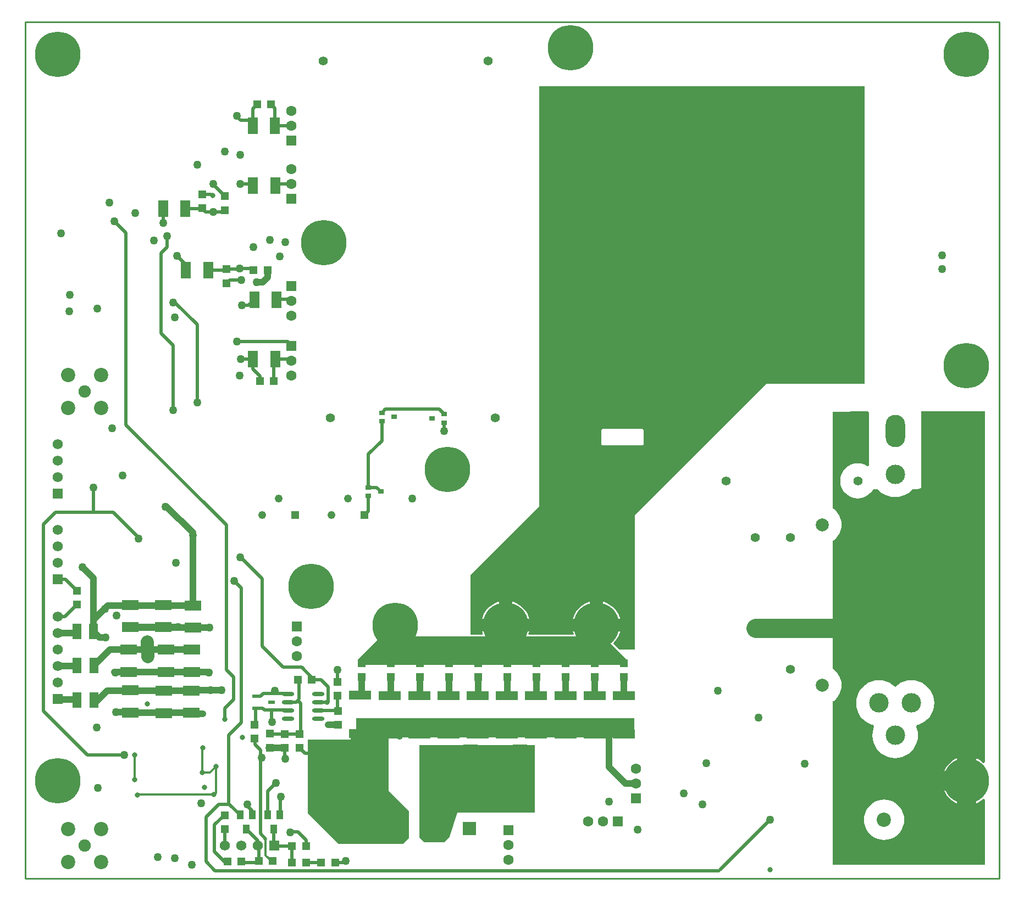
<source format=gbl>
G04 Layer_Physical_Order=4*
G04 Layer_Color=16711680*
%FSLAX44Y44*%
%MOMM*%
G71*
G01*
G75*
%ADD12R,1.2700X1.2700*%
%ADD13R,1.2700X1.2700*%
%ADD17R,1.6256X2.5400*%
%ADD18R,1.0000X1.4000*%
%ADD19R,2.5400X1.6256*%
%ADD29R,0.9000X0.7000*%
%ADD30R,3.4000X1.3500*%
%ADD33C,0.5000*%
%ADD34C,1.0000*%
%ADD35C,3.0000*%
%ADD36C,0.3000*%
%ADD37C,2.0000*%
%ADD38C,0.2540*%
%ADD39R,2.1000X2.1000*%
%ADD40C,2.1000*%
%ADD41C,1.6000*%
%ADD42R,1.6000X1.6000*%
%ADD43R,1.5748X1.5748*%
%ADD44C,1.5748*%
%ADD45R,1.5748X1.5748*%
%ADD46C,1.3970*%
%ADD47C,2.4994*%
%ADD48C,2.2000*%
%ADD49C,3.0000*%
%ADD50C,2.0000*%
%ADD51O,3.0000X5.0000*%
%ADD52C,6.9994*%
%ADD53C,1.9050*%
%ADD54O,3.9996X2.4000*%
%ADD55C,1.2446*%
%ADD56R,1.2446X1.2446*%
%ADD57R,1.6000X1.6000*%
%ADD58C,1.2700*%
%ADD59C,0.8000*%
%ADD61R,1.4000X1.0000*%
%ADD62O,1.9000X0.6000*%
%ADD63R,1.0000X0.6000*%
%ADD64R,1.4000X2.4000*%
G36*
X785000Y1000D02*
X665270Y1000D01*
X653667Y-36333D01*
X645000Y-45000D01*
X615000Y-45000D01*
X607500Y-37500D01*
Y15000D01*
X607500D01*
Y105000D01*
X779000Y105000D01*
X785000D01*
Y1000D01*
D02*
G37*
G36*
X938500Y124750D02*
X936500Y126750D01*
X560000D01*
Y107500D01*
Y34500D01*
X590750Y3750D01*
Y-38750D01*
X582000Y-47500D01*
X483000D01*
X435000Y500D01*
X435000Y113720D01*
X501709Y113720D01*
Y127500D01*
X509500Y128577D01*
Y146250D01*
X510000Y146750D01*
X938500D01*
Y124750D01*
D02*
G37*
G36*
X892500Y271000D02*
X927250Y236250D01*
X922250Y231250D01*
X518250Y231250D01*
X518000Y231000D01*
X517250D01*
X511625Y236625D01*
X548000Y273000D01*
X892500Y273000D01*
Y271000D01*
D02*
G37*
G36*
X1293250Y1120750D02*
X1293250Y662000D01*
X1141250Y662000D01*
X938750Y459500D01*
Y252250D01*
X914912D01*
X905756Y261407D01*
X905806Y262676D01*
X906625Y263375D01*
X910462Y267868D01*
X913549Y272906D01*
X915810Y278365D01*
X916203Y280000D01*
X843797D01*
X844190Y278365D01*
X844902Y276646D01*
X844196Y275590D01*
X775804Y275590D01*
X775098Y276646D01*
X775810Y278365D01*
X776203Y280000D01*
X703797D01*
X704190Y278365D01*
X704902Y276646D01*
X704196Y275590D01*
X685750D01*
X685750Y367250D01*
X791750Y473250D01*
Y1120750D01*
X1293250Y1120750D01*
D02*
G37*
G36*
X1478627Y78800D02*
X1475627Y77477D01*
X1472132Y80462D01*
X1467094Y83549D01*
X1465000Y84417D01*
Y50000D01*
Y15583D01*
X1467094Y16451D01*
X1472132Y19538D01*
X1475627Y22523D01*
X1478627Y21200D01*
Y-79627D01*
X1244000D01*
Y172426D01*
X1245188Y173154D01*
X1248779Y176221D01*
X1251846Y179812D01*
X1254313Y183838D01*
X1256120Y188201D01*
X1257222Y192792D01*
X1257593Y197500D01*
X1257222Y202208D01*
X1256120Y206799D01*
X1254313Y211162D01*
X1251846Y215188D01*
X1248779Y218779D01*
X1245188Y221846D01*
X1244000Y222574D01*
Y419926D01*
X1245188Y420654D01*
X1248779Y423721D01*
X1251846Y427312D01*
X1254313Y431338D01*
X1256120Y435701D01*
X1257222Y440292D01*
X1257593Y445000D01*
X1257222Y449708D01*
X1256120Y454299D01*
X1254313Y458662D01*
X1251846Y462688D01*
X1248779Y466279D01*
X1245188Y469346D01*
X1244000Y470074D01*
Y619000D01*
X1297860Y619962D01*
X1300000Y617859D01*
Y536447D01*
X1297000Y535348D01*
X1292877Y537551D01*
X1287790Y539095D01*
X1282500Y539616D01*
X1277210Y539095D01*
X1272123Y537551D01*
X1267435Y535046D01*
X1263326Y531674D01*
X1259954Y527565D01*
X1257449Y522877D01*
X1255905Y517790D01*
X1255384Y512500D01*
X1255905Y507210D01*
X1257449Y502123D01*
X1259954Y497435D01*
X1263326Y493326D01*
X1267435Y489954D01*
X1272123Y487449D01*
X1277210Y485905D01*
X1282500Y485384D01*
X1287790Y485905D01*
X1292877Y487449D01*
X1297565Y489954D01*
X1301674Y493326D01*
X1305046Y497435D01*
X1306417Y500000D01*
X1313189D01*
X1315175Y497675D01*
X1319364Y494097D01*
X1324061Y491218D01*
X1329151Y489110D01*
X1334508Y487824D01*
X1340000Y487392D01*
X1345492Y487824D01*
X1350849Y489110D01*
X1355939Y491218D01*
X1360636Y494097D01*
X1364825Y497675D01*
X1366811Y500000D01*
X1373857D01*
X1380000Y501472D01*
Y551000D01*
Y620000D01*
X1478627D01*
Y78800D01*
D02*
G37*
%LPC*%
G36*
X890000Y326203D02*
Y300000D01*
X916203D01*
X915810Y301635D01*
X913549Y307094D01*
X910462Y312132D01*
X906625Y316625D01*
X902132Y320462D01*
X897094Y323549D01*
X891635Y325810D01*
X890000Y326203D01*
D02*
G37*
G36*
X950000Y592590D02*
X890000D01*
X889009Y592393D01*
X888169Y591831D01*
X887607Y590991D01*
X887410Y590000D01*
Y570000D01*
X887607Y569009D01*
X888169Y568169D01*
X889009Y567607D01*
X890000Y567410D01*
X950000D01*
X950991Y567607D01*
X951831Y568169D01*
X952393Y569009D01*
X952590Y570000D01*
Y590000D01*
X952393Y590991D01*
X951831Y591831D01*
X950991Y592393D01*
X950000Y592590D01*
D02*
G37*
G36*
X870000Y326203D02*
X868365Y325810D01*
X862906Y323549D01*
X857868Y320462D01*
X853375Y316625D01*
X849538Y312132D01*
X846451Y307094D01*
X844190Y301635D01*
X843797Y300000D01*
X870000D01*
Y326203D01*
D02*
G37*
G36*
X730000D02*
X728365Y325810D01*
X722906Y323549D01*
X717868Y320462D01*
X713375Y316625D01*
X709538Y312132D01*
X706451Y307094D01*
X704190Y301635D01*
X703797Y300000D01*
X730000D01*
Y326203D01*
D02*
G37*
G36*
X750000D02*
Y300000D01*
X776203D01*
X775810Y301635D01*
X773549Y307094D01*
X770462Y312132D01*
X766625Y316625D01*
X762132Y320462D01*
X757094Y323549D01*
X751635Y325810D01*
X750000Y326203D01*
D02*
G37*
G36*
X1323000Y21096D02*
X1318136Y20713D01*
X1313391Y19574D01*
X1308883Y17707D01*
X1304722Y15157D01*
X1301012Y11988D01*
X1297843Y8278D01*
X1295293Y4117D01*
X1293426Y-391D01*
X1292287Y-5135D01*
X1291904Y-10000D01*
X1292287Y-14864D01*
X1293426Y-19609D01*
X1295293Y-24117D01*
X1297843Y-28278D01*
X1301012Y-31988D01*
X1304722Y-35157D01*
X1308883Y-37707D01*
X1313391Y-39574D01*
X1318136Y-40713D01*
X1323000Y-41096D01*
X1327865Y-40713D01*
X1332609Y-39574D01*
X1337117Y-37707D01*
X1341278Y-35157D01*
X1344988Y-31988D01*
X1348157Y-28278D01*
X1350707Y-24117D01*
X1352574Y-19609D01*
X1353713Y-14864D01*
X1354096Y-10000D01*
X1353713Y-5135D01*
X1352574Y-391D01*
X1350707Y4117D01*
X1348157Y8278D01*
X1344988Y11988D01*
X1341278Y15157D01*
X1337117Y17707D01*
X1332609Y19574D01*
X1327865Y20713D01*
X1323000Y21096D01*
D02*
G37*
G36*
X1435000Y35000D02*
X1415583D01*
X1416451Y32906D01*
X1419538Y27868D01*
X1423375Y23375D01*
X1427868Y19538D01*
X1432906Y16451D01*
X1435000Y15583D01*
Y35000D01*
D02*
G37*
G36*
Y84417D02*
X1432906Y83549D01*
X1427868Y80462D01*
X1423375Y76625D01*
X1419538Y72132D01*
X1416451Y67094D01*
X1415583Y65000D01*
X1435000D01*
Y84417D01*
D02*
G37*
G36*
X1365000Y205108D02*
X1359508Y204676D01*
X1354151Y203390D01*
X1349061Y201282D01*
X1344364Y198403D01*
X1342254Y196601D01*
X1340000Y194953D01*
X1337746Y196601D01*
X1335636Y198403D01*
X1330939Y201282D01*
X1325849Y203390D01*
X1320492Y204676D01*
X1315000Y205108D01*
X1309508Y204676D01*
X1304151Y203390D01*
X1299061Y201282D01*
X1294364Y198403D01*
X1290175Y194825D01*
X1286597Y190636D01*
X1283718Y185939D01*
X1281610Y180849D01*
X1280324Y175492D01*
X1279892Y170000D01*
X1280324Y164508D01*
X1281610Y159151D01*
X1283718Y154061D01*
X1286597Y149364D01*
X1290175Y145175D01*
X1294364Y141597D01*
X1299061Y138718D01*
X1304151Y136610D01*
X1306312Y136091D01*
X1307674Y133418D01*
X1306610Y130849D01*
X1305324Y125492D01*
X1304892Y120000D01*
X1305324Y114508D01*
X1306610Y109151D01*
X1308718Y104061D01*
X1311597Y99364D01*
X1315175Y95175D01*
X1319364Y91597D01*
X1324061Y88718D01*
X1329151Y86610D01*
X1334508Y85324D01*
X1340000Y84892D01*
X1345492Y85324D01*
X1350849Y86610D01*
X1355939Y88718D01*
X1360636Y91597D01*
X1364825Y95175D01*
X1368403Y99364D01*
X1371282Y104061D01*
X1373390Y109151D01*
X1374676Y114508D01*
X1375108Y120000D01*
X1374676Y125492D01*
X1373390Y130849D01*
X1372326Y133418D01*
X1373688Y136091D01*
X1375849Y136610D01*
X1380939Y138718D01*
X1385636Y141597D01*
X1389825Y145175D01*
X1393403Y149364D01*
X1396282Y154061D01*
X1398390Y159151D01*
X1399676Y164508D01*
X1400108Y170000D01*
X1399676Y175492D01*
X1398390Y180849D01*
X1396282Y185939D01*
X1393403Y190636D01*
X1389825Y194825D01*
X1385636Y198403D01*
X1380939Y201282D01*
X1375849Y203390D01*
X1370492Y204676D01*
X1365000Y205108D01*
D02*
G37*
%LPD*%
D12*
X922000Y231000D02*
D03*
Y209664D02*
D03*
X877111Y231000D02*
D03*
Y209664D02*
D03*
X832222Y231000D02*
D03*
Y209664D02*
D03*
X787333Y231000D02*
D03*
Y209664D02*
D03*
X742444Y231000D02*
D03*
Y209664D02*
D03*
X697556Y231000D02*
D03*
Y209664D02*
D03*
X652667Y231000D02*
D03*
Y209664D02*
D03*
X607778Y231000D02*
D03*
Y209664D02*
D03*
X562889Y231000D02*
D03*
Y209664D02*
D03*
X307250Y-3250D02*
D03*
Y-24586D02*
D03*
X376750Y101250D02*
D03*
Y122586D02*
D03*
X481000Y202336D02*
D03*
Y181000D02*
D03*
X352750Y115000D02*
D03*
Y136336D02*
D03*
X518000Y231000D02*
D03*
Y209664D02*
D03*
X310000Y817500D02*
D03*
Y838836D02*
D03*
X307500Y930000D02*
D03*
Y951336D02*
D03*
X272500Y932729D02*
D03*
Y954064D02*
D03*
X482000Y136293D02*
D03*
Y157629D02*
D03*
X399883Y121994D02*
D03*
Y100658D02*
D03*
X423000D02*
D03*
Y121994D02*
D03*
X79750Y343336D02*
D03*
Y322000D02*
D03*
D13*
X332750Y-74250D02*
D03*
X311414D02*
D03*
X381500Y-73750D02*
D03*
X360164D02*
D03*
X456000Y-76000D02*
D03*
X477336D02*
D03*
X420000Y206000D02*
D03*
X441336D02*
D03*
X351884Y837500D02*
D03*
X373219D02*
D03*
X411000Y-76000D02*
D03*
X432336D02*
D03*
Y-51000D02*
D03*
X411000D02*
D03*
X378500Y1093500D02*
D03*
X357164D02*
D03*
X361500Y666250D02*
D03*
X382836D02*
D03*
D17*
X350710Y700000D02*
D03*
X385000D02*
D03*
X350250Y1060000D02*
D03*
X384540D02*
D03*
X385000Y968000D02*
D03*
X350710D02*
D03*
X246790Y932500D02*
D03*
X212500D02*
D03*
X281790Y837500D02*
D03*
X247500D02*
D03*
X387290Y792000D02*
D03*
X353000D02*
D03*
D18*
X373250Y-2750D02*
D03*
X382750Y-24750D02*
D03*
X392250Y-2750D02*
D03*
X330750D02*
D03*
X340250Y-24750D02*
D03*
X349750Y-2750D02*
D03*
D19*
X162000Y321000D02*
D03*
Y286710D02*
D03*
X255750Y189000D02*
D03*
Y154710D02*
D03*
X213750Y188500D02*
D03*
Y154210D02*
D03*
X162000Y189500D02*
D03*
Y155210D02*
D03*
X257000Y252000D02*
D03*
Y217710D02*
D03*
X216750Y252000D02*
D03*
Y217710D02*
D03*
X159000Y252000D02*
D03*
Y217710D02*
D03*
X258500Y320500D02*
D03*
Y286210D02*
D03*
X212500Y286710D02*
D03*
Y321000D02*
D03*
D29*
X549500Y604500D02*
D03*
Y617500D02*
D03*
X568500Y611000D02*
D03*
X645500Y615500D02*
D03*
Y602500D02*
D03*
X626500Y609000D02*
D03*
X547500Y496000D02*
D03*
X528500Y502500D02*
D03*
Y489500D02*
D03*
D30*
X922000Y181520D02*
D03*
Y122020D02*
D03*
X876981Y181520D02*
D03*
Y122020D02*
D03*
X831962Y181520D02*
D03*
Y122020D02*
D03*
X786943Y181520D02*
D03*
Y122020D02*
D03*
X741924Y181520D02*
D03*
Y122020D02*
D03*
X696906Y181520D02*
D03*
Y122020D02*
D03*
X651887Y181520D02*
D03*
Y122020D02*
D03*
X606868Y181520D02*
D03*
Y122020D02*
D03*
X561849Y181520D02*
D03*
Y122020D02*
D03*
X515750Y182000D02*
D03*
Y122500D02*
D03*
D33*
X392750Y-2250D02*
Y25750D01*
X392250Y-2750D02*
X392750Y-2250D01*
X407500Y-29000D02*
X420250D01*
X432336Y-41086D01*
Y-51000D02*
Y-41086D01*
X373250Y33750D02*
X386250Y46750D01*
X373250Y-2750D02*
Y33750D01*
X298500Y13750D02*
X314250D01*
X292500Y-88500D02*
X1068500D01*
X313750Y120750D02*
X332750Y139750D01*
X313750Y14250D02*
Y120750D01*
X332750Y139750D02*
Y347500D01*
X331500Y970790D02*
X343210D01*
X327250Y1072750D02*
X331750Y1068250D01*
X346000D01*
X365000Y257500D02*
X397500Y225000D01*
X365000Y257500D02*
Y361250D01*
X95750Y90000D02*
X149250D01*
X28000Y157750D02*
X95750Y90000D01*
X233750Y859750D02*
X247500Y846000D01*
Y837500D02*
Y846000D01*
X227750Y621250D02*
Y721750D01*
X209390Y740110D02*
X227750Y721750D01*
X465350Y171350D02*
X467000Y173000D01*
X451500Y171350D02*
X465350D01*
X467000Y173000D02*
Y195000D01*
X377342Y121994D02*
X399883D01*
X332000Y394250D02*
X365000Y361250D01*
X322000Y358250D02*
X332750Y347500D01*
X355000Y140000D02*
Y161500D01*
X354000Y106000D02*
Y111664D01*
Y106000D02*
X362500Y97500D01*
X477336Y-76000D02*
X492000D01*
X411000D02*
Y-51000D01*
X432336Y-76000D02*
X456000D01*
X332000Y700000D02*
X350710D01*
X341750Y11500D02*
X349750Y3500D01*
Y-2750D02*
Y3500D01*
X307250Y-51150D02*
Y-24586D01*
X332750Y-76250D02*
X360250D01*
X314250Y13750D02*
X330750Y-2750D01*
X1070000Y-87500D02*
X1147500Y-10000D01*
X362499Y12750D02*
Y97499D01*
X362500Y97500D01*
X358150Y-51250D02*
Y-42650D01*
X340250Y-24750D02*
X358150Y-42650D01*
X386800Y-51000D02*
X411000D01*
X382750Y-50450D02*
X383550Y-51250D01*
X382750Y-50450D02*
Y-24750D01*
X358150Y-51250D02*
X360250Y-53350D01*
Y-76250D02*
Y-53350D01*
X419675Y173675D02*
X422000Y176000D01*
X417350Y171350D02*
X419675Y173675D01*
X423000Y121994D02*
X424000Y122993D01*
Y169350D01*
X419675Y173675D02*
X424000Y169350D01*
X399883Y121994D02*
X423000D01*
X431258Y92400D02*
X458000D01*
X423000Y100658D02*
X431258Y92400D01*
X399883Y87116D02*
X400000Y87000D01*
X399883Y87116D02*
Y100658D01*
X481000Y202336D02*
Y218000D01*
X480979Y158650D02*
X481000Y158671D01*
Y181000D01*
X451500Y158650D02*
X480979D01*
X456000Y206000D02*
X467000Y195000D01*
X441336Y206000D02*
X456000D01*
X404500Y171350D02*
X417350D01*
X422000Y176000D02*
Y204000D01*
X420000Y206000D02*
X422000Y204000D01*
X404150Y159000D02*
X404500Y158650D01*
X365500Y161500D02*
X368000Y159000D01*
X355000Y161500D02*
X365500D01*
X403550Y185000D02*
X404500Y184050D01*
X362500Y180500D02*
X367000Y185000D01*
X355000Y180500D02*
X362500D01*
X607778Y231000D02*
X652667D01*
X877111D02*
X922000D01*
X832222D02*
X877111D01*
X787333D02*
X832222D01*
X742444D02*
X787333D01*
X697556D02*
X742444D01*
X652667D02*
X697556D01*
X562889D02*
X607778D01*
X518000D02*
X562889D01*
X212500Y910000D02*
Y932500D01*
X645500Y591500D02*
X646000Y591000D01*
X645500Y591500D02*
Y602500D01*
X549500Y617500D02*
X555000Y623000D01*
X638000D01*
X645500Y615500D01*
X516830Y181520D02*
X518000Y182690D01*
X310000Y817500D02*
X315000Y822500D01*
X332500D01*
X308664Y837500D02*
X310000Y838836D01*
X281790Y837500D02*
X308664D01*
X272271Y932500D02*
X272500Y932729D01*
X246790Y932500D02*
X272271D01*
X330000Y840000D02*
X349384D01*
X328836Y838836D02*
X330000Y840000D01*
X310000Y838836D02*
X328836D01*
X272500Y954064D02*
X285935D01*
X272500Y932729D02*
X277729Y927500D01*
X290000D01*
X305000D02*
X307500Y930000D01*
X290000Y927500D02*
X305000D01*
X349384Y840000D02*
X351884Y837500D01*
X384540Y1060000D02*
X410000D01*
X407500Y695000D02*
X410000Y697500D01*
X385000Y700000D02*
X407500D01*
X410000Y697500D01*
X387290Y792500D02*
X407500D01*
X410000Y790000D01*
X384000Y970000D02*
X410000D01*
X528500Y465460D02*
Y489500D01*
X522720Y459680D02*
X528500Y465460D01*
X541000Y502500D02*
X547500Y496000D01*
X528500Y502500D02*
X541000D01*
X528500D02*
Y553500D01*
X549500Y574500D02*
Y604500D01*
X528500Y553500D02*
X549500Y574500D01*
X326000Y727000D02*
X405000D01*
X404200Y726200D02*
X405000Y727000D01*
X404200Y726200D02*
X410000Y720400D01*
X344000Y783000D02*
X353000Y792000D01*
X334000Y783000D02*
X344000D01*
X383000Y969000D02*
X384000Y970000D01*
X28000Y445500D02*
X46750Y464250D01*
X28000Y157750D02*
Y445500D01*
X385750Y185000D02*
Y192500D01*
X367000Y185000D02*
X385750D01*
X403550D01*
X362250Y-31250D02*
Y18750D01*
Y-31250D02*
X370457Y-39457D01*
X379000Y140500D02*
Y159000D01*
X368000D02*
X404150D01*
X307500Y145000D02*
Y162000D01*
X320750Y175250D01*
Y209750D01*
X309750Y220750D02*
X320750Y209750D01*
X155000Y599000D02*
Y895000D01*
Y599000D02*
X309750Y444250D01*
Y220750D02*
Y444250D01*
X209390Y740110D02*
Y863390D01*
X218608Y872608D01*
Y890000D01*
X105000Y465500D02*
Y502500D01*
X46750Y464250D02*
X135250D01*
X174500Y425000D01*
X397500Y225000D02*
X425750D01*
X441336Y209414D01*
Y206000D02*
Y209414D01*
X278750Y-74750D02*
X292500Y-88500D01*
X278750Y-74750D02*
Y-6000D01*
X298500Y13750D01*
X291250Y-18000D02*
X304492Y-4758D01*
X307250D01*
X291250Y-59250D02*
Y-18000D01*
Y-59250D02*
X308250Y-76250D01*
X311414D01*
X288836Y970000D02*
X289250D01*
X288836D02*
X307500Y951336D01*
X227500Y787500D02*
X230750D01*
X265000Y753250D01*
Y633000D02*
Y753250D01*
X370219Y837500D02*
X373219D01*
X137500Y912500D02*
X155000Y895000D01*
X50000Y361200D02*
X61886D01*
X79750Y343336D01*
X50000Y303000D02*
X60750D01*
X79750Y322000D01*
X378500Y1093500D02*
X384540Y1087460D01*
Y1060000D02*
Y1087460D01*
X350250Y1086586D02*
X357164Y1093500D01*
X350250Y1060000D02*
Y1086586D01*
X361500Y666250D02*
Y674000D01*
X350710Y684790D02*
X361500Y674000D01*
X350710Y684790D02*
Y700000D01*
X382836Y666250D02*
Y697836D01*
D34*
X373219Y826720D02*
Y837500D01*
X365750Y819250D02*
X373219Y826720D01*
X356500Y819250D02*
X365750D01*
X257710Y153750D02*
X274000D01*
X257210Y153250D02*
X257710Y153750D01*
X255750Y154710D02*
X257210Y153250D01*
X159000Y252000D02*
X190000D01*
X127500Y320500D02*
X258500D01*
X105500Y298500D02*
X127500Y320500D01*
X106000Y227500D02*
X130500Y252000D01*
X901020Y122020D02*
X922000D01*
X899500Y120500D02*
X901020Y122020D01*
X899500Y71500D02*
Y120500D01*
Y71500D02*
X925000Y46000D01*
X375000Y101164D02*
X399377D01*
X257000Y217710D02*
X283460D01*
X137517Y217768D02*
X162000D01*
X162500Y286210D02*
X258500D01*
X283710D01*
X105000Y167750D02*
X126250Y189000D01*
X59000Y175000D02*
X76000D01*
X50000Y226800D02*
X79300D01*
X50000Y277600D02*
X77100D01*
X925000Y46000D02*
X941000D01*
X573600Y122020D02*
X606868D01*
X573600D02*
X576800Y118820D01*
X651887Y122020D02*
X696906D01*
X561849D02*
X573600D01*
X876981D02*
X922000D01*
X831962D02*
X876981D01*
X786943D02*
X831962D01*
X741924D02*
X786943D01*
X696906D02*
X741924D01*
X606868D02*
X651887D01*
X516830D02*
X561849D01*
X922000Y181520D02*
Y209664D01*
X877111Y181650D02*
Y209664D01*
X832222Y181780D02*
Y209664D01*
X787333Y181910D02*
Y209664D01*
X746136Y181520D02*
X746700Y182084D01*
X742444Y185211D02*
Y209664D01*
X700275Y181520D02*
X700980Y182225D01*
X697556Y184239D02*
Y209664D01*
X654413Y181520D02*
X655260Y182367D01*
X652667Y183267D02*
Y209664D01*
X608552Y181520D02*
X609540Y182508D01*
X607778Y182295D02*
Y209664D01*
X562889Y181718D02*
Y209664D01*
X518000Y182690D02*
Y209664D01*
X162500Y154710D02*
X255750D01*
X161710Y155500D02*
X162000Y155210D01*
X141250Y155500D02*
X161710D01*
X258500Y320500D02*
Y428250D01*
X105500Y280000D02*
X114250Y271250D01*
X124000D01*
X466750Y136000D02*
X481707D01*
X126250Y189000D02*
X255750D01*
X258250Y189500D02*
X302250D01*
X162540Y287250D02*
X235750D01*
X162000Y286710D02*
X162540Y287250D01*
X258500Y428250D02*
Y432500D01*
X217250Y473750D02*
X258500Y432500D01*
X130500Y252000D02*
X159000D01*
X190000D02*
X216750D01*
X257000D01*
X162057Y217710D02*
X257000D01*
X88250Y379500D02*
X105500Y362250D01*
Y280000D02*
Y362250D01*
D35*
X1125750Y285550D02*
X1260300D01*
D36*
X273000Y63000D02*
Y100250D01*
Y63000D02*
X285000D01*
X294000Y72000D01*
X168750Y51750D02*
Y89750D01*
X370457Y-65121D02*
Y-39457D01*
Y-65121D02*
X381586Y-76250D01*
X173000Y28000D02*
X173500Y28500D01*
X294000Y31750D02*
Y72000D01*
X290750Y28500D02*
X294000Y31750D01*
X173500Y28500D02*
X290750D01*
D37*
X188500Y250500D02*
X190000Y252000D01*
X188500Y241000D02*
Y250500D01*
X188000Y254000D02*
X190000Y252000D01*
X188000Y254000D02*
Y264250D01*
D38*
X1500000Y-100000D02*
Y1220000D01*
X0Y-101000D02*
X1500000D01*
X0Y-100000D02*
Y1220000D01*
X1500000D01*
D39*
X684400Y-23700D02*
D03*
D40*
X630000D02*
D03*
X575600D02*
D03*
D41*
X410000Y674600D02*
D03*
Y697500D02*
D03*
X418000Y242100D02*
D03*
Y265000D02*
D03*
X941000Y68900D02*
D03*
Y46000D02*
D03*
X744000Y-71900D02*
D03*
Y-49000D02*
D03*
X410000Y1082900D02*
D03*
Y1060000D02*
D03*
Y767100D02*
D03*
Y790000D02*
D03*
Y992900D02*
D03*
Y970000D02*
D03*
X867100Y-12600D02*
D03*
X890000D02*
D03*
D42*
X410000Y720400D02*
D03*
X418000Y287900D02*
D03*
X941000Y23100D02*
D03*
X744000Y-26100D02*
D03*
X410000Y1037100D02*
D03*
Y812900D02*
D03*
Y947100D02*
D03*
D43*
X383750Y-50000D02*
D03*
D44*
X358350D02*
D03*
X332950D02*
D03*
X307550D02*
D03*
X50000Y386600D02*
D03*
Y412000D02*
D03*
Y437400D02*
D03*
Y518000D02*
D03*
Y543400D02*
D03*
Y568800D02*
D03*
Y201400D02*
D03*
Y226800D02*
D03*
Y252200D02*
D03*
Y277600D02*
D03*
Y303000D02*
D03*
D45*
Y361200D02*
D03*
Y492600D02*
D03*
Y176000D02*
D03*
D46*
X1179000Y222250D02*
D03*
Y425450D02*
D03*
X1282500Y512500D02*
D03*
X1079300D02*
D03*
X1124750Y425250D02*
D03*
Y285550D02*
D03*
X459000Y1160000D02*
D03*
X713000D02*
D03*
X470000Y610000D02*
D03*
X724000D02*
D03*
D47*
X1373800Y-60800D02*
D03*
X1272200D02*
D03*
Y40800D02*
D03*
X1373800D02*
D03*
D48*
X1323000Y-10000D02*
D03*
X65870Y624708D02*
D03*
Y675508D02*
D03*
X116671D02*
D03*
Y624708D02*
D03*
X116670Y-75400D02*
D03*
X65870D02*
D03*
Y-24600D02*
D03*
X116670D02*
D03*
D49*
X1340000Y120000D02*
D03*
X1365000Y170000D02*
D03*
X1315000D02*
D03*
X1340000Y522500D02*
D03*
X1365000Y472500D02*
D03*
X1315000D02*
D03*
D50*
X1227500Y197500D02*
D03*
Y445000D02*
D03*
D51*
X1420000Y589000D02*
D03*
X1340000D02*
D03*
D52*
X1450000Y50000D02*
D03*
X880000Y290000D02*
D03*
X50000Y1170000D02*
D03*
X840000Y1180000D02*
D03*
X1450000Y1170000D02*
D03*
X570000Y290000D02*
D03*
X440000Y350000D02*
D03*
X650000Y530000D02*
D03*
X460000Y880000D02*
D03*
X50000Y50000D02*
D03*
X740000Y290000D02*
D03*
X1450000Y690000D02*
D03*
D53*
X91271Y650108D02*
D03*
X91270Y-50000D02*
D03*
D54*
X686000Y93800D02*
D03*
Y68400D02*
D03*
Y43000D02*
D03*
Y17600D02*
D03*
X762200D02*
D03*
Y43000D02*
D03*
Y68400D02*
D03*
Y93800D02*
D03*
X534200Y92400D02*
D03*
Y67000D02*
D03*
Y41600D02*
D03*
Y16200D02*
D03*
X458000D02*
D03*
Y41600D02*
D03*
Y67000D02*
D03*
Y92400D02*
D03*
D55*
X471920Y459680D02*
D03*
X497320Y485080D02*
D03*
X365100Y459780D02*
D03*
X390500Y485180D02*
D03*
D56*
X522720Y459680D02*
D03*
X415900Y459780D02*
D03*
D57*
X912900Y-12600D02*
D03*
D58*
X68000Y774000D02*
D03*
X356500Y819250D02*
D03*
X149750Y521000D02*
D03*
X138750Y217250D02*
D03*
X139750Y155500D02*
D03*
X283250Y217250D02*
D03*
X256750Y-79500D02*
D03*
X122750Y315000D02*
D03*
X169750Y925500D02*
D03*
X331500Y970790D02*
D03*
X364250Y86000D02*
D03*
X401000Y83750D02*
D03*
X494000Y-73250D02*
D03*
X1014000Y30250D02*
D03*
X283710Y286210D02*
D03*
X265000Y633000D02*
D03*
X227750Y621250D02*
D03*
X68750Y799500D02*
D03*
X232500Y386500D02*
D03*
X332000Y700000D02*
D03*
X233750Y859750D02*
D03*
X326000Y727000D02*
D03*
X198000Y883000D02*
D03*
X218608Y890000D02*
D03*
X230000Y765000D02*
D03*
X265000Y1000000D02*
D03*
X332500Y822500D02*
D03*
X307500Y1020000D02*
D03*
X330000Y840000D02*
D03*
X290000Y927500D02*
D03*
X330000Y675000D02*
D03*
X227500Y787500D02*
D03*
X596000Y485000D02*
D03*
X111000Y778000D02*
D03*
X212500Y910000D02*
D03*
X130000Y942000D02*
D03*
X334000Y783000D02*
D03*
X124000Y271250D02*
D03*
X376750Y884000D02*
D03*
X55250Y894000D02*
D03*
X133750Y594000D02*
D03*
X105000Y502500D02*
D03*
X88250Y379500D02*
D03*
X235750Y287250D02*
D03*
X140500Y304500D02*
D03*
X110000Y132500D02*
D03*
X152250Y89750D02*
D03*
X112000Y39000D02*
D03*
X331500Y394250D02*
D03*
X322000Y358250D02*
D03*
X645250Y589000D02*
D03*
X481250Y220750D02*
D03*
X384750Y189250D02*
D03*
X380500Y140750D02*
D03*
X386500Y47000D02*
D03*
X393500Y25250D02*
D03*
X342250Y13250D02*
D03*
X408250Y-29250D02*
D03*
X899000Y18250D02*
D03*
X1043250Y13500D02*
D03*
X1049250Y76750D02*
D03*
X1147500Y-10000D02*
D03*
X1200450Y76550D02*
D03*
X1129750Y147500D02*
D03*
X1067250Y189250D02*
D03*
X1412500Y860000D02*
D03*
X1412250Y838750D02*
D03*
X174750Y423250D02*
D03*
X258500Y428250D02*
D03*
X216250Y472750D02*
D03*
X401000Y880500D02*
D03*
X331000Y1015000D02*
D03*
X270750Y15750D02*
D03*
X943000Y-25000D02*
D03*
X188500Y241000D02*
D03*
X188000Y264250D02*
D03*
X285250Y190000D02*
D03*
X302250Y189500D02*
D03*
X204000Y-68000D02*
D03*
X230000Y-69500D02*
D03*
X289250Y970000D02*
D03*
X351500Y872750D02*
D03*
X392000Y858750D02*
D03*
X137500Y912500D02*
D03*
X325750Y1075000D02*
D03*
D59*
X188000Y169000D02*
D03*
X288500Y953000D02*
D03*
X334750Y117000D02*
D03*
X274000Y153750D02*
D03*
X465000Y171000D02*
D03*
X1147500Y-87500D02*
D03*
X307500Y145000D02*
D03*
X466750Y136000D02*
D03*
X294000Y72000D02*
D03*
X273000Y63000D02*
D03*
X168750Y89750D02*
D03*
X276000Y40000D02*
D03*
X290750Y28500D02*
D03*
X168750Y51750D02*
D03*
X273250Y100500D02*
D03*
X173000Y28000D02*
D03*
D61*
X105500Y280000D02*
D03*
X79500D02*
D03*
X106000Y174750D02*
D03*
X80000D02*
D03*
X106000Y227500D02*
D03*
X80000D02*
D03*
D62*
X451500Y184050D02*
D03*
Y171350D02*
D03*
Y158650D02*
D03*
Y145950D02*
D03*
X404500Y184050D02*
D03*
Y171350D02*
D03*
Y158650D02*
D03*
Y145950D02*
D03*
D63*
X379000Y171000D02*
D03*
X355000Y180500D02*
D03*
Y161500D02*
D03*
D64*
X79500Y280000D02*
D03*
X105500D02*
D03*
X79989Y174750D02*
D03*
X105989D02*
D03*
X80000Y227500D02*
D03*
X106000D02*
D03*
M02*

</source>
